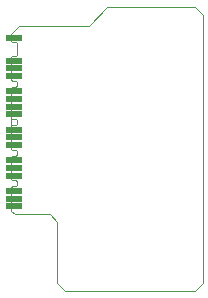
<source format=gbs>
G04 EAGLE Gerber X2 export*
G75*
%MOMM*%
%FSLAX34Y34*%
%LPD*%
%AMOC8*
5,1,8,0,0,1.08239X$1,22.5*%
G01*
%ADD10C,0.000000*%
%ADD11R,1.451600X0.551600*%


D10*
X0Y-36000D02*
X3000Y-39000D01*
X32500Y-39000D01*
X39000Y-45500D01*
X39000Y-97500D01*
X45500Y-104000D01*
X156000Y-104000D01*
X162500Y-97500D01*
X162500Y130000D01*
X156000Y136500D01*
X81500Y136500D01*
X65500Y120500D01*
X7000Y120500D01*
X0Y113500D01*
X0Y107500D01*
X0Y94000D02*
X0Y75000D01*
X1000Y74000D01*
X4000Y74000D01*
X5000Y73000D01*
X5000Y70000D02*
X4000Y69000D01*
X1000Y69000D01*
X0Y68000D01*
X5000Y70000D02*
X5000Y73000D01*
X0Y68000D02*
X0Y42500D01*
X1000Y41500D01*
X4000Y41500D01*
X5000Y40500D01*
X5000Y37500D02*
X4000Y36500D01*
X1000Y36500D01*
X0Y35500D01*
X5000Y37500D02*
X5000Y40500D01*
X0Y42000D02*
X0Y35500D01*
X0Y16500D02*
X1000Y15500D01*
X4000Y15500D01*
X5000Y14500D01*
X5000Y11500D02*
X4000Y10500D01*
X1000Y10500D01*
X0Y9500D01*
X5000Y11500D02*
X5000Y14500D01*
X0Y-16500D02*
X0Y-36000D01*
X0Y-9500D02*
X0Y9500D01*
X0Y16500D02*
X0Y35500D01*
X0Y-9500D02*
X1000Y-10500D01*
X4000Y-10500D02*
X5000Y-11500D01*
X4000Y-10500D02*
X1000Y-10500D01*
X5000Y-11500D02*
X5000Y-14500D01*
X4000Y-15500D01*
X1000Y-15500D01*
X0Y-16500D01*
X1000Y106500D02*
X0Y107500D01*
X1000Y106500D02*
X4000Y106500D01*
X5000Y105500D01*
X5000Y96000D01*
X4000Y95000D01*
X1000Y95000D01*
X0Y94000D01*
D11*
X2000Y91000D03*
X2000Y84500D03*
X2000Y78000D03*
X2000Y65000D03*
X2000Y58500D03*
X2000Y52000D03*
X2000Y45500D03*
X2000Y32500D03*
X2000Y26000D03*
X2000Y19500D03*
X2000Y6500D03*
X2000Y0D03*
X2000Y-6500D03*
X2000Y-19500D03*
X2000Y-26000D03*
X2000Y-32500D03*
X2000Y110500D03*
M02*

</source>
